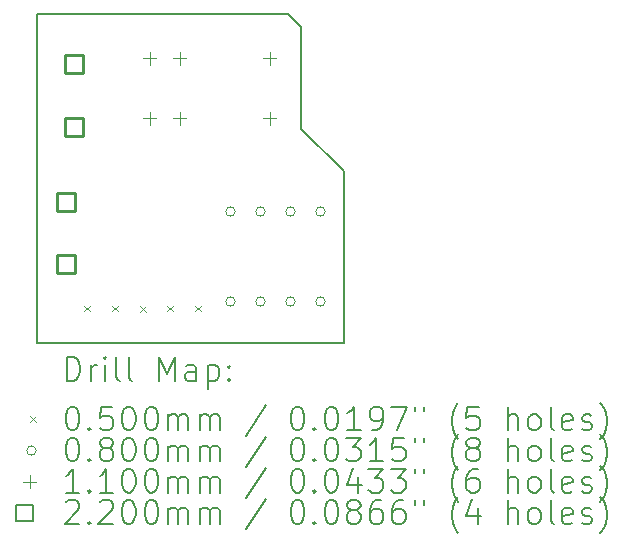
<source format=gbr>
%TF.GenerationSoftware,KiCad,Pcbnew,8.0.1*%
%TF.CreationDate,2024-12-19T13:08:09+01:00*%
%TF.ProjectId,on_off_switch,6f6e5f6f-6666-45f7-9377-697463682e6b,rev?*%
%TF.SameCoordinates,Original*%
%TF.FileFunction,Drillmap*%
%TF.FilePolarity,Positive*%
%FSLAX45Y45*%
G04 Gerber Fmt 4.5, Leading zero omitted, Abs format (unit mm)*
G04 Created by KiCad (PCBNEW 8.0.1) date 2024-12-19 13:08:09*
%MOMM*%
%LPD*%
G01*
G04 APERTURE LIST*
%ADD10C,0.200000*%
%ADD11C,0.100000*%
%ADD12C,0.110000*%
%ADD13C,0.220000*%
G04 APERTURE END LIST*
D10*
X13798000Y-4748000D02*
X13798000Y-5611669D01*
X14164000Y-5969013D01*
X14164000Y-7424050D01*
X11569000Y-7424261D01*
X11569000Y-4642000D01*
X13692000Y-4642000D01*
X13798000Y-4748000D01*
D11*
X11967000Y-7110000D02*
X12017000Y-7160000D01*
X12017000Y-7110000D02*
X11967000Y-7160000D01*
X12201000Y-7110000D02*
X12251000Y-7160000D01*
X12251000Y-7110000D02*
X12201000Y-7160000D01*
X12435000Y-7111000D02*
X12485000Y-7161000D01*
X12485000Y-7111000D02*
X12435000Y-7161000D01*
X12670000Y-7110000D02*
X12720000Y-7160000D01*
X12720000Y-7110000D02*
X12670000Y-7160000D01*
X12904000Y-7110000D02*
X12954000Y-7160000D01*
X12954000Y-7110000D02*
X12904000Y-7160000D01*
X13244000Y-6314000D02*
G75*
G02*
X13164000Y-6314000I-40000J0D01*
G01*
X13164000Y-6314000D02*
G75*
G02*
X13244000Y-6314000I40000J0D01*
G01*
X13244000Y-7076000D02*
G75*
G02*
X13164000Y-7076000I-40000J0D01*
G01*
X13164000Y-7076000D02*
G75*
G02*
X13244000Y-7076000I40000J0D01*
G01*
X13498000Y-6314000D02*
G75*
G02*
X13418000Y-6314000I-40000J0D01*
G01*
X13418000Y-6314000D02*
G75*
G02*
X13498000Y-6314000I40000J0D01*
G01*
X13498000Y-7076000D02*
G75*
G02*
X13418000Y-7076000I-40000J0D01*
G01*
X13418000Y-7076000D02*
G75*
G02*
X13498000Y-7076000I40000J0D01*
G01*
X13752000Y-6314000D02*
G75*
G02*
X13672000Y-6314000I-40000J0D01*
G01*
X13672000Y-6314000D02*
G75*
G02*
X13752000Y-6314000I40000J0D01*
G01*
X13752000Y-7076000D02*
G75*
G02*
X13672000Y-7076000I-40000J0D01*
G01*
X13672000Y-7076000D02*
G75*
G02*
X13752000Y-7076000I40000J0D01*
G01*
X14006000Y-6314000D02*
G75*
G02*
X13926000Y-6314000I-40000J0D01*
G01*
X13926000Y-6314000D02*
G75*
G02*
X14006000Y-6314000I40000J0D01*
G01*
X14006000Y-7076000D02*
G75*
G02*
X13926000Y-7076000I-40000J0D01*
G01*
X13926000Y-7076000D02*
G75*
G02*
X14006000Y-7076000I40000J0D01*
G01*
D12*
X12518500Y-4961000D02*
X12518500Y-5071000D01*
X12463500Y-5016000D02*
X12573500Y-5016000D01*
X12518500Y-5469000D02*
X12518500Y-5579000D01*
X12463500Y-5524000D02*
X12573500Y-5524000D01*
X12772500Y-4961000D02*
X12772500Y-5071000D01*
X12717500Y-5016000D02*
X12827500Y-5016000D01*
X12772500Y-5469000D02*
X12772500Y-5579000D01*
X12717500Y-5524000D02*
X12827500Y-5524000D01*
X13534500Y-4961000D02*
X13534500Y-5071000D01*
X13479500Y-5016000D02*
X13589500Y-5016000D01*
X13534500Y-5469000D02*
X13534500Y-5579000D01*
X13479500Y-5524000D02*
X13589500Y-5524000D01*
D13*
X11886782Y-6310782D02*
X11886782Y-6155217D01*
X11731217Y-6155217D01*
X11731217Y-6310782D01*
X11886782Y-6310782D01*
X11888782Y-6833782D02*
X11888782Y-6678217D01*
X11733217Y-6678217D01*
X11733217Y-6833782D01*
X11888782Y-6833782D01*
X11955532Y-5140783D02*
X11955532Y-4985218D01*
X11799967Y-4985218D01*
X11799967Y-5140783D01*
X11955532Y-5140783D01*
X11955532Y-5675782D02*
X11955532Y-5520218D01*
X11799967Y-5520218D01*
X11799967Y-5675782D01*
X11955532Y-5675782D01*
D10*
X11819777Y-7745745D02*
X11819777Y-7545745D01*
X11819777Y-7545745D02*
X11867396Y-7545745D01*
X11867396Y-7545745D02*
X11895967Y-7555268D01*
X11895967Y-7555268D02*
X11915015Y-7574316D01*
X11915015Y-7574316D02*
X11924539Y-7593364D01*
X11924539Y-7593364D02*
X11934062Y-7631459D01*
X11934062Y-7631459D02*
X11934062Y-7660030D01*
X11934062Y-7660030D02*
X11924539Y-7698126D01*
X11924539Y-7698126D02*
X11915015Y-7717173D01*
X11915015Y-7717173D02*
X11895967Y-7736221D01*
X11895967Y-7736221D02*
X11867396Y-7745745D01*
X11867396Y-7745745D02*
X11819777Y-7745745D01*
X12019777Y-7745745D02*
X12019777Y-7612411D01*
X12019777Y-7650507D02*
X12029301Y-7631459D01*
X12029301Y-7631459D02*
X12038824Y-7621935D01*
X12038824Y-7621935D02*
X12057872Y-7612411D01*
X12057872Y-7612411D02*
X12076920Y-7612411D01*
X12143586Y-7745745D02*
X12143586Y-7612411D01*
X12143586Y-7545745D02*
X12134062Y-7555268D01*
X12134062Y-7555268D02*
X12143586Y-7564792D01*
X12143586Y-7564792D02*
X12153110Y-7555268D01*
X12153110Y-7555268D02*
X12143586Y-7545745D01*
X12143586Y-7545745D02*
X12143586Y-7564792D01*
X12267396Y-7745745D02*
X12248348Y-7736221D01*
X12248348Y-7736221D02*
X12238824Y-7717173D01*
X12238824Y-7717173D02*
X12238824Y-7545745D01*
X12372158Y-7745745D02*
X12353110Y-7736221D01*
X12353110Y-7736221D02*
X12343586Y-7717173D01*
X12343586Y-7717173D02*
X12343586Y-7545745D01*
X12600729Y-7745745D02*
X12600729Y-7545745D01*
X12600729Y-7545745D02*
X12667396Y-7688602D01*
X12667396Y-7688602D02*
X12734062Y-7545745D01*
X12734062Y-7545745D02*
X12734062Y-7745745D01*
X12915015Y-7745745D02*
X12915015Y-7640983D01*
X12915015Y-7640983D02*
X12905491Y-7621935D01*
X12905491Y-7621935D02*
X12886443Y-7612411D01*
X12886443Y-7612411D02*
X12848348Y-7612411D01*
X12848348Y-7612411D02*
X12829301Y-7621935D01*
X12915015Y-7736221D02*
X12895967Y-7745745D01*
X12895967Y-7745745D02*
X12848348Y-7745745D01*
X12848348Y-7745745D02*
X12829301Y-7736221D01*
X12829301Y-7736221D02*
X12819777Y-7717173D01*
X12819777Y-7717173D02*
X12819777Y-7698126D01*
X12819777Y-7698126D02*
X12829301Y-7679078D01*
X12829301Y-7679078D02*
X12848348Y-7669554D01*
X12848348Y-7669554D02*
X12895967Y-7669554D01*
X12895967Y-7669554D02*
X12915015Y-7660030D01*
X13010253Y-7612411D02*
X13010253Y-7812411D01*
X13010253Y-7621935D02*
X13029301Y-7612411D01*
X13029301Y-7612411D02*
X13067396Y-7612411D01*
X13067396Y-7612411D02*
X13086443Y-7621935D01*
X13086443Y-7621935D02*
X13095967Y-7631459D01*
X13095967Y-7631459D02*
X13105491Y-7650507D01*
X13105491Y-7650507D02*
X13105491Y-7707649D01*
X13105491Y-7707649D02*
X13095967Y-7726697D01*
X13095967Y-7726697D02*
X13086443Y-7736221D01*
X13086443Y-7736221D02*
X13067396Y-7745745D01*
X13067396Y-7745745D02*
X13029301Y-7745745D01*
X13029301Y-7745745D02*
X13010253Y-7736221D01*
X13191205Y-7726697D02*
X13200729Y-7736221D01*
X13200729Y-7736221D02*
X13191205Y-7745745D01*
X13191205Y-7745745D02*
X13181682Y-7736221D01*
X13181682Y-7736221D02*
X13191205Y-7726697D01*
X13191205Y-7726697D02*
X13191205Y-7745745D01*
X13191205Y-7621935D02*
X13200729Y-7631459D01*
X13200729Y-7631459D02*
X13191205Y-7640983D01*
X13191205Y-7640983D02*
X13181682Y-7631459D01*
X13181682Y-7631459D02*
X13191205Y-7621935D01*
X13191205Y-7621935D02*
X13191205Y-7640983D01*
D11*
X11509000Y-8049261D02*
X11559000Y-8099261D01*
X11559000Y-8049261D02*
X11509000Y-8099261D01*
D10*
X11857872Y-7965745D02*
X11876920Y-7965745D01*
X11876920Y-7965745D02*
X11895967Y-7975268D01*
X11895967Y-7975268D02*
X11905491Y-7984792D01*
X11905491Y-7984792D02*
X11915015Y-8003840D01*
X11915015Y-8003840D02*
X11924539Y-8041935D01*
X11924539Y-8041935D02*
X11924539Y-8089554D01*
X11924539Y-8089554D02*
X11915015Y-8127649D01*
X11915015Y-8127649D02*
X11905491Y-8146697D01*
X11905491Y-8146697D02*
X11895967Y-8156221D01*
X11895967Y-8156221D02*
X11876920Y-8165745D01*
X11876920Y-8165745D02*
X11857872Y-8165745D01*
X11857872Y-8165745D02*
X11838824Y-8156221D01*
X11838824Y-8156221D02*
X11829301Y-8146697D01*
X11829301Y-8146697D02*
X11819777Y-8127649D01*
X11819777Y-8127649D02*
X11810253Y-8089554D01*
X11810253Y-8089554D02*
X11810253Y-8041935D01*
X11810253Y-8041935D02*
X11819777Y-8003840D01*
X11819777Y-8003840D02*
X11829301Y-7984792D01*
X11829301Y-7984792D02*
X11838824Y-7975268D01*
X11838824Y-7975268D02*
X11857872Y-7965745D01*
X12010253Y-8146697D02*
X12019777Y-8156221D01*
X12019777Y-8156221D02*
X12010253Y-8165745D01*
X12010253Y-8165745D02*
X12000729Y-8156221D01*
X12000729Y-8156221D02*
X12010253Y-8146697D01*
X12010253Y-8146697D02*
X12010253Y-8165745D01*
X12200729Y-7965745D02*
X12105491Y-7965745D01*
X12105491Y-7965745D02*
X12095967Y-8060983D01*
X12095967Y-8060983D02*
X12105491Y-8051459D01*
X12105491Y-8051459D02*
X12124539Y-8041935D01*
X12124539Y-8041935D02*
X12172158Y-8041935D01*
X12172158Y-8041935D02*
X12191205Y-8051459D01*
X12191205Y-8051459D02*
X12200729Y-8060983D01*
X12200729Y-8060983D02*
X12210253Y-8080030D01*
X12210253Y-8080030D02*
X12210253Y-8127649D01*
X12210253Y-8127649D02*
X12200729Y-8146697D01*
X12200729Y-8146697D02*
X12191205Y-8156221D01*
X12191205Y-8156221D02*
X12172158Y-8165745D01*
X12172158Y-8165745D02*
X12124539Y-8165745D01*
X12124539Y-8165745D02*
X12105491Y-8156221D01*
X12105491Y-8156221D02*
X12095967Y-8146697D01*
X12334062Y-7965745D02*
X12353110Y-7965745D01*
X12353110Y-7965745D02*
X12372158Y-7975268D01*
X12372158Y-7975268D02*
X12381682Y-7984792D01*
X12381682Y-7984792D02*
X12391205Y-8003840D01*
X12391205Y-8003840D02*
X12400729Y-8041935D01*
X12400729Y-8041935D02*
X12400729Y-8089554D01*
X12400729Y-8089554D02*
X12391205Y-8127649D01*
X12391205Y-8127649D02*
X12381682Y-8146697D01*
X12381682Y-8146697D02*
X12372158Y-8156221D01*
X12372158Y-8156221D02*
X12353110Y-8165745D01*
X12353110Y-8165745D02*
X12334062Y-8165745D01*
X12334062Y-8165745D02*
X12315015Y-8156221D01*
X12315015Y-8156221D02*
X12305491Y-8146697D01*
X12305491Y-8146697D02*
X12295967Y-8127649D01*
X12295967Y-8127649D02*
X12286443Y-8089554D01*
X12286443Y-8089554D02*
X12286443Y-8041935D01*
X12286443Y-8041935D02*
X12295967Y-8003840D01*
X12295967Y-8003840D02*
X12305491Y-7984792D01*
X12305491Y-7984792D02*
X12315015Y-7975268D01*
X12315015Y-7975268D02*
X12334062Y-7965745D01*
X12524539Y-7965745D02*
X12543586Y-7965745D01*
X12543586Y-7965745D02*
X12562634Y-7975268D01*
X12562634Y-7975268D02*
X12572158Y-7984792D01*
X12572158Y-7984792D02*
X12581682Y-8003840D01*
X12581682Y-8003840D02*
X12591205Y-8041935D01*
X12591205Y-8041935D02*
X12591205Y-8089554D01*
X12591205Y-8089554D02*
X12581682Y-8127649D01*
X12581682Y-8127649D02*
X12572158Y-8146697D01*
X12572158Y-8146697D02*
X12562634Y-8156221D01*
X12562634Y-8156221D02*
X12543586Y-8165745D01*
X12543586Y-8165745D02*
X12524539Y-8165745D01*
X12524539Y-8165745D02*
X12505491Y-8156221D01*
X12505491Y-8156221D02*
X12495967Y-8146697D01*
X12495967Y-8146697D02*
X12486443Y-8127649D01*
X12486443Y-8127649D02*
X12476920Y-8089554D01*
X12476920Y-8089554D02*
X12476920Y-8041935D01*
X12476920Y-8041935D02*
X12486443Y-8003840D01*
X12486443Y-8003840D02*
X12495967Y-7984792D01*
X12495967Y-7984792D02*
X12505491Y-7975268D01*
X12505491Y-7975268D02*
X12524539Y-7965745D01*
X12676920Y-8165745D02*
X12676920Y-8032411D01*
X12676920Y-8051459D02*
X12686443Y-8041935D01*
X12686443Y-8041935D02*
X12705491Y-8032411D01*
X12705491Y-8032411D02*
X12734063Y-8032411D01*
X12734063Y-8032411D02*
X12753110Y-8041935D01*
X12753110Y-8041935D02*
X12762634Y-8060983D01*
X12762634Y-8060983D02*
X12762634Y-8165745D01*
X12762634Y-8060983D02*
X12772158Y-8041935D01*
X12772158Y-8041935D02*
X12791205Y-8032411D01*
X12791205Y-8032411D02*
X12819777Y-8032411D01*
X12819777Y-8032411D02*
X12838824Y-8041935D01*
X12838824Y-8041935D02*
X12848348Y-8060983D01*
X12848348Y-8060983D02*
X12848348Y-8165745D01*
X12943586Y-8165745D02*
X12943586Y-8032411D01*
X12943586Y-8051459D02*
X12953110Y-8041935D01*
X12953110Y-8041935D02*
X12972158Y-8032411D01*
X12972158Y-8032411D02*
X13000729Y-8032411D01*
X13000729Y-8032411D02*
X13019777Y-8041935D01*
X13019777Y-8041935D02*
X13029301Y-8060983D01*
X13029301Y-8060983D02*
X13029301Y-8165745D01*
X13029301Y-8060983D02*
X13038824Y-8041935D01*
X13038824Y-8041935D02*
X13057872Y-8032411D01*
X13057872Y-8032411D02*
X13086443Y-8032411D01*
X13086443Y-8032411D02*
X13105491Y-8041935D01*
X13105491Y-8041935D02*
X13115015Y-8060983D01*
X13115015Y-8060983D02*
X13115015Y-8165745D01*
X13505491Y-7956221D02*
X13334063Y-8213364D01*
X13762634Y-7965745D02*
X13781682Y-7965745D01*
X13781682Y-7965745D02*
X13800729Y-7975268D01*
X13800729Y-7975268D02*
X13810253Y-7984792D01*
X13810253Y-7984792D02*
X13819777Y-8003840D01*
X13819777Y-8003840D02*
X13829301Y-8041935D01*
X13829301Y-8041935D02*
X13829301Y-8089554D01*
X13829301Y-8089554D02*
X13819777Y-8127649D01*
X13819777Y-8127649D02*
X13810253Y-8146697D01*
X13810253Y-8146697D02*
X13800729Y-8156221D01*
X13800729Y-8156221D02*
X13781682Y-8165745D01*
X13781682Y-8165745D02*
X13762634Y-8165745D01*
X13762634Y-8165745D02*
X13743586Y-8156221D01*
X13743586Y-8156221D02*
X13734063Y-8146697D01*
X13734063Y-8146697D02*
X13724539Y-8127649D01*
X13724539Y-8127649D02*
X13715015Y-8089554D01*
X13715015Y-8089554D02*
X13715015Y-8041935D01*
X13715015Y-8041935D02*
X13724539Y-8003840D01*
X13724539Y-8003840D02*
X13734063Y-7984792D01*
X13734063Y-7984792D02*
X13743586Y-7975268D01*
X13743586Y-7975268D02*
X13762634Y-7965745D01*
X13915015Y-8146697D02*
X13924539Y-8156221D01*
X13924539Y-8156221D02*
X13915015Y-8165745D01*
X13915015Y-8165745D02*
X13905491Y-8156221D01*
X13905491Y-8156221D02*
X13915015Y-8146697D01*
X13915015Y-8146697D02*
X13915015Y-8165745D01*
X14048348Y-7965745D02*
X14067396Y-7965745D01*
X14067396Y-7965745D02*
X14086444Y-7975268D01*
X14086444Y-7975268D02*
X14095967Y-7984792D01*
X14095967Y-7984792D02*
X14105491Y-8003840D01*
X14105491Y-8003840D02*
X14115015Y-8041935D01*
X14115015Y-8041935D02*
X14115015Y-8089554D01*
X14115015Y-8089554D02*
X14105491Y-8127649D01*
X14105491Y-8127649D02*
X14095967Y-8146697D01*
X14095967Y-8146697D02*
X14086444Y-8156221D01*
X14086444Y-8156221D02*
X14067396Y-8165745D01*
X14067396Y-8165745D02*
X14048348Y-8165745D01*
X14048348Y-8165745D02*
X14029301Y-8156221D01*
X14029301Y-8156221D02*
X14019777Y-8146697D01*
X14019777Y-8146697D02*
X14010253Y-8127649D01*
X14010253Y-8127649D02*
X14000729Y-8089554D01*
X14000729Y-8089554D02*
X14000729Y-8041935D01*
X14000729Y-8041935D02*
X14010253Y-8003840D01*
X14010253Y-8003840D02*
X14019777Y-7984792D01*
X14019777Y-7984792D02*
X14029301Y-7975268D01*
X14029301Y-7975268D02*
X14048348Y-7965745D01*
X14305491Y-8165745D02*
X14191206Y-8165745D01*
X14248348Y-8165745D02*
X14248348Y-7965745D01*
X14248348Y-7965745D02*
X14229301Y-7994316D01*
X14229301Y-7994316D02*
X14210253Y-8013364D01*
X14210253Y-8013364D02*
X14191206Y-8022887D01*
X14400729Y-8165745D02*
X14438825Y-8165745D01*
X14438825Y-8165745D02*
X14457872Y-8156221D01*
X14457872Y-8156221D02*
X14467396Y-8146697D01*
X14467396Y-8146697D02*
X14486444Y-8118126D01*
X14486444Y-8118126D02*
X14495967Y-8080030D01*
X14495967Y-8080030D02*
X14495967Y-8003840D01*
X14495967Y-8003840D02*
X14486444Y-7984792D01*
X14486444Y-7984792D02*
X14476920Y-7975268D01*
X14476920Y-7975268D02*
X14457872Y-7965745D01*
X14457872Y-7965745D02*
X14419777Y-7965745D01*
X14419777Y-7965745D02*
X14400729Y-7975268D01*
X14400729Y-7975268D02*
X14391206Y-7984792D01*
X14391206Y-7984792D02*
X14381682Y-8003840D01*
X14381682Y-8003840D02*
X14381682Y-8051459D01*
X14381682Y-8051459D02*
X14391206Y-8070507D01*
X14391206Y-8070507D02*
X14400729Y-8080030D01*
X14400729Y-8080030D02*
X14419777Y-8089554D01*
X14419777Y-8089554D02*
X14457872Y-8089554D01*
X14457872Y-8089554D02*
X14476920Y-8080030D01*
X14476920Y-8080030D02*
X14486444Y-8070507D01*
X14486444Y-8070507D02*
X14495967Y-8051459D01*
X14562634Y-7965745D02*
X14695967Y-7965745D01*
X14695967Y-7965745D02*
X14610253Y-8165745D01*
X14762634Y-7965745D02*
X14762634Y-8003840D01*
X14838825Y-7965745D02*
X14838825Y-8003840D01*
X15134063Y-8241935D02*
X15124539Y-8232411D01*
X15124539Y-8232411D02*
X15105491Y-8203840D01*
X15105491Y-8203840D02*
X15095968Y-8184792D01*
X15095968Y-8184792D02*
X15086444Y-8156221D01*
X15086444Y-8156221D02*
X15076920Y-8108602D01*
X15076920Y-8108602D02*
X15076920Y-8070507D01*
X15076920Y-8070507D02*
X15086444Y-8022887D01*
X15086444Y-8022887D02*
X15095968Y-7994316D01*
X15095968Y-7994316D02*
X15105491Y-7975268D01*
X15105491Y-7975268D02*
X15124539Y-7946697D01*
X15124539Y-7946697D02*
X15134063Y-7937173D01*
X15305491Y-7965745D02*
X15210253Y-7965745D01*
X15210253Y-7965745D02*
X15200729Y-8060983D01*
X15200729Y-8060983D02*
X15210253Y-8051459D01*
X15210253Y-8051459D02*
X15229301Y-8041935D01*
X15229301Y-8041935D02*
X15276920Y-8041935D01*
X15276920Y-8041935D02*
X15295968Y-8051459D01*
X15295968Y-8051459D02*
X15305491Y-8060983D01*
X15305491Y-8060983D02*
X15315015Y-8080030D01*
X15315015Y-8080030D02*
X15315015Y-8127649D01*
X15315015Y-8127649D02*
X15305491Y-8146697D01*
X15305491Y-8146697D02*
X15295968Y-8156221D01*
X15295968Y-8156221D02*
X15276920Y-8165745D01*
X15276920Y-8165745D02*
X15229301Y-8165745D01*
X15229301Y-8165745D02*
X15210253Y-8156221D01*
X15210253Y-8156221D02*
X15200729Y-8146697D01*
X15553110Y-8165745D02*
X15553110Y-7965745D01*
X15638825Y-8165745D02*
X15638825Y-8060983D01*
X15638825Y-8060983D02*
X15629301Y-8041935D01*
X15629301Y-8041935D02*
X15610253Y-8032411D01*
X15610253Y-8032411D02*
X15581682Y-8032411D01*
X15581682Y-8032411D02*
X15562634Y-8041935D01*
X15562634Y-8041935D02*
X15553110Y-8051459D01*
X15762634Y-8165745D02*
X15743587Y-8156221D01*
X15743587Y-8156221D02*
X15734063Y-8146697D01*
X15734063Y-8146697D02*
X15724539Y-8127649D01*
X15724539Y-8127649D02*
X15724539Y-8070507D01*
X15724539Y-8070507D02*
X15734063Y-8051459D01*
X15734063Y-8051459D02*
X15743587Y-8041935D01*
X15743587Y-8041935D02*
X15762634Y-8032411D01*
X15762634Y-8032411D02*
X15791206Y-8032411D01*
X15791206Y-8032411D02*
X15810253Y-8041935D01*
X15810253Y-8041935D02*
X15819777Y-8051459D01*
X15819777Y-8051459D02*
X15829301Y-8070507D01*
X15829301Y-8070507D02*
X15829301Y-8127649D01*
X15829301Y-8127649D02*
X15819777Y-8146697D01*
X15819777Y-8146697D02*
X15810253Y-8156221D01*
X15810253Y-8156221D02*
X15791206Y-8165745D01*
X15791206Y-8165745D02*
X15762634Y-8165745D01*
X15943587Y-8165745D02*
X15924539Y-8156221D01*
X15924539Y-8156221D02*
X15915015Y-8137173D01*
X15915015Y-8137173D02*
X15915015Y-7965745D01*
X16095968Y-8156221D02*
X16076920Y-8165745D01*
X16076920Y-8165745D02*
X16038825Y-8165745D01*
X16038825Y-8165745D02*
X16019777Y-8156221D01*
X16019777Y-8156221D02*
X16010253Y-8137173D01*
X16010253Y-8137173D02*
X16010253Y-8060983D01*
X16010253Y-8060983D02*
X16019777Y-8041935D01*
X16019777Y-8041935D02*
X16038825Y-8032411D01*
X16038825Y-8032411D02*
X16076920Y-8032411D01*
X16076920Y-8032411D02*
X16095968Y-8041935D01*
X16095968Y-8041935D02*
X16105491Y-8060983D01*
X16105491Y-8060983D02*
X16105491Y-8080030D01*
X16105491Y-8080030D02*
X16010253Y-8099078D01*
X16181682Y-8156221D02*
X16200730Y-8165745D01*
X16200730Y-8165745D02*
X16238825Y-8165745D01*
X16238825Y-8165745D02*
X16257872Y-8156221D01*
X16257872Y-8156221D02*
X16267396Y-8137173D01*
X16267396Y-8137173D02*
X16267396Y-8127649D01*
X16267396Y-8127649D02*
X16257872Y-8108602D01*
X16257872Y-8108602D02*
X16238825Y-8099078D01*
X16238825Y-8099078D02*
X16210253Y-8099078D01*
X16210253Y-8099078D02*
X16191206Y-8089554D01*
X16191206Y-8089554D02*
X16181682Y-8070507D01*
X16181682Y-8070507D02*
X16181682Y-8060983D01*
X16181682Y-8060983D02*
X16191206Y-8041935D01*
X16191206Y-8041935D02*
X16210253Y-8032411D01*
X16210253Y-8032411D02*
X16238825Y-8032411D01*
X16238825Y-8032411D02*
X16257872Y-8041935D01*
X16334063Y-8241935D02*
X16343587Y-8232411D01*
X16343587Y-8232411D02*
X16362634Y-8203840D01*
X16362634Y-8203840D02*
X16372158Y-8184792D01*
X16372158Y-8184792D02*
X16381682Y-8156221D01*
X16381682Y-8156221D02*
X16391206Y-8108602D01*
X16391206Y-8108602D02*
X16391206Y-8070507D01*
X16391206Y-8070507D02*
X16381682Y-8022887D01*
X16381682Y-8022887D02*
X16372158Y-7994316D01*
X16372158Y-7994316D02*
X16362634Y-7975268D01*
X16362634Y-7975268D02*
X16343587Y-7946697D01*
X16343587Y-7946697D02*
X16334063Y-7937173D01*
D11*
X11559000Y-8338261D02*
G75*
G02*
X11479000Y-8338261I-40000J0D01*
G01*
X11479000Y-8338261D02*
G75*
G02*
X11559000Y-8338261I40000J0D01*
G01*
D10*
X11857872Y-8229745D02*
X11876920Y-8229745D01*
X11876920Y-8229745D02*
X11895967Y-8239268D01*
X11895967Y-8239268D02*
X11905491Y-8248792D01*
X11905491Y-8248792D02*
X11915015Y-8267840D01*
X11915015Y-8267840D02*
X11924539Y-8305935D01*
X11924539Y-8305935D02*
X11924539Y-8353554D01*
X11924539Y-8353554D02*
X11915015Y-8391649D01*
X11915015Y-8391649D02*
X11905491Y-8410697D01*
X11905491Y-8410697D02*
X11895967Y-8420221D01*
X11895967Y-8420221D02*
X11876920Y-8429745D01*
X11876920Y-8429745D02*
X11857872Y-8429745D01*
X11857872Y-8429745D02*
X11838824Y-8420221D01*
X11838824Y-8420221D02*
X11829301Y-8410697D01*
X11829301Y-8410697D02*
X11819777Y-8391649D01*
X11819777Y-8391649D02*
X11810253Y-8353554D01*
X11810253Y-8353554D02*
X11810253Y-8305935D01*
X11810253Y-8305935D02*
X11819777Y-8267840D01*
X11819777Y-8267840D02*
X11829301Y-8248792D01*
X11829301Y-8248792D02*
X11838824Y-8239268D01*
X11838824Y-8239268D02*
X11857872Y-8229745D01*
X12010253Y-8410697D02*
X12019777Y-8420221D01*
X12019777Y-8420221D02*
X12010253Y-8429745D01*
X12010253Y-8429745D02*
X12000729Y-8420221D01*
X12000729Y-8420221D02*
X12010253Y-8410697D01*
X12010253Y-8410697D02*
X12010253Y-8429745D01*
X12134062Y-8315459D02*
X12115015Y-8305935D01*
X12115015Y-8305935D02*
X12105491Y-8296411D01*
X12105491Y-8296411D02*
X12095967Y-8277364D01*
X12095967Y-8277364D02*
X12095967Y-8267840D01*
X12095967Y-8267840D02*
X12105491Y-8248792D01*
X12105491Y-8248792D02*
X12115015Y-8239268D01*
X12115015Y-8239268D02*
X12134062Y-8229745D01*
X12134062Y-8229745D02*
X12172158Y-8229745D01*
X12172158Y-8229745D02*
X12191205Y-8239268D01*
X12191205Y-8239268D02*
X12200729Y-8248792D01*
X12200729Y-8248792D02*
X12210253Y-8267840D01*
X12210253Y-8267840D02*
X12210253Y-8277364D01*
X12210253Y-8277364D02*
X12200729Y-8296411D01*
X12200729Y-8296411D02*
X12191205Y-8305935D01*
X12191205Y-8305935D02*
X12172158Y-8315459D01*
X12172158Y-8315459D02*
X12134062Y-8315459D01*
X12134062Y-8315459D02*
X12115015Y-8324983D01*
X12115015Y-8324983D02*
X12105491Y-8334507D01*
X12105491Y-8334507D02*
X12095967Y-8353554D01*
X12095967Y-8353554D02*
X12095967Y-8391649D01*
X12095967Y-8391649D02*
X12105491Y-8410697D01*
X12105491Y-8410697D02*
X12115015Y-8420221D01*
X12115015Y-8420221D02*
X12134062Y-8429745D01*
X12134062Y-8429745D02*
X12172158Y-8429745D01*
X12172158Y-8429745D02*
X12191205Y-8420221D01*
X12191205Y-8420221D02*
X12200729Y-8410697D01*
X12200729Y-8410697D02*
X12210253Y-8391649D01*
X12210253Y-8391649D02*
X12210253Y-8353554D01*
X12210253Y-8353554D02*
X12200729Y-8334507D01*
X12200729Y-8334507D02*
X12191205Y-8324983D01*
X12191205Y-8324983D02*
X12172158Y-8315459D01*
X12334062Y-8229745D02*
X12353110Y-8229745D01*
X12353110Y-8229745D02*
X12372158Y-8239268D01*
X12372158Y-8239268D02*
X12381682Y-8248792D01*
X12381682Y-8248792D02*
X12391205Y-8267840D01*
X12391205Y-8267840D02*
X12400729Y-8305935D01*
X12400729Y-8305935D02*
X12400729Y-8353554D01*
X12400729Y-8353554D02*
X12391205Y-8391649D01*
X12391205Y-8391649D02*
X12381682Y-8410697D01*
X12381682Y-8410697D02*
X12372158Y-8420221D01*
X12372158Y-8420221D02*
X12353110Y-8429745D01*
X12353110Y-8429745D02*
X12334062Y-8429745D01*
X12334062Y-8429745D02*
X12315015Y-8420221D01*
X12315015Y-8420221D02*
X12305491Y-8410697D01*
X12305491Y-8410697D02*
X12295967Y-8391649D01*
X12295967Y-8391649D02*
X12286443Y-8353554D01*
X12286443Y-8353554D02*
X12286443Y-8305935D01*
X12286443Y-8305935D02*
X12295967Y-8267840D01*
X12295967Y-8267840D02*
X12305491Y-8248792D01*
X12305491Y-8248792D02*
X12315015Y-8239268D01*
X12315015Y-8239268D02*
X12334062Y-8229745D01*
X12524539Y-8229745D02*
X12543586Y-8229745D01*
X12543586Y-8229745D02*
X12562634Y-8239268D01*
X12562634Y-8239268D02*
X12572158Y-8248792D01*
X12572158Y-8248792D02*
X12581682Y-8267840D01*
X12581682Y-8267840D02*
X12591205Y-8305935D01*
X12591205Y-8305935D02*
X12591205Y-8353554D01*
X12591205Y-8353554D02*
X12581682Y-8391649D01*
X12581682Y-8391649D02*
X12572158Y-8410697D01*
X12572158Y-8410697D02*
X12562634Y-8420221D01*
X12562634Y-8420221D02*
X12543586Y-8429745D01*
X12543586Y-8429745D02*
X12524539Y-8429745D01*
X12524539Y-8429745D02*
X12505491Y-8420221D01*
X12505491Y-8420221D02*
X12495967Y-8410697D01*
X12495967Y-8410697D02*
X12486443Y-8391649D01*
X12486443Y-8391649D02*
X12476920Y-8353554D01*
X12476920Y-8353554D02*
X12476920Y-8305935D01*
X12476920Y-8305935D02*
X12486443Y-8267840D01*
X12486443Y-8267840D02*
X12495967Y-8248792D01*
X12495967Y-8248792D02*
X12505491Y-8239268D01*
X12505491Y-8239268D02*
X12524539Y-8229745D01*
X12676920Y-8429745D02*
X12676920Y-8296411D01*
X12676920Y-8315459D02*
X12686443Y-8305935D01*
X12686443Y-8305935D02*
X12705491Y-8296411D01*
X12705491Y-8296411D02*
X12734063Y-8296411D01*
X12734063Y-8296411D02*
X12753110Y-8305935D01*
X12753110Y-8305935D02*
X12762634Y-8324983D01*
X12762634Y-8324983D02*
X12762634Y-8429745D01*
X12762634Y-8324983D02*
X12772158Y-8305935D01*
X12772158Y-8305935D02*
X12791205Y-8296411D01*
X12791205Y-8296411D02*
X12819777Y-8296411D01*
X12819777Y-8296411D02*
X12838824Y-8305935D01*
X12838824Y-8305935D02*
X12848348Y-8324983D01*
X12848348Y-8324983D02*
X12848348Y-8429745D01*
X12943586Y-8429745D02*
X12943586Y-8296411D01*
X12943586Y-8315459D02*
X12953110Y-8305935D01*
X12953110Y-8305935D02*
X12972158Y-8296411D01*
X12972158Y-8296411D02*
X13000729Y-8296411D01*
X13000729Y-8296411D02*
X13019777Y-8305935D01*
X13019777Y-8305935D02*
X13029301Y-8324983D01*
X13029301Y-8324983D02*
X13029301Y-8429745D01*
X13029301Y-8324983D02*
X13038824Y-8305935D01*
X13038824Y-8305935D02*
X13057872Y-8296411D01*
X13057872Y-8296411D02*
X13086443Y-8296411D01*
X13086443Y-8296411D02*
X13105491Y-8305935D01*
X13105491Y-8305935D02*
X13115015Y-8324983D01*
X13115015Y-8324983D02*
X13115015Y-8429745D01*
X13505491Y-8220221D02*
X13334063Y-8477364D01*
X13762634Y-8229745D02*
X13781682Y-8229745D01*
X13781682Y-8229745D02*
X13800729Y-8239268D01*
X13800729Y-8239268D02*
X13810253Y-8248792D01*
X13810253Y-8248792D02*
X13819777Y-8267840D01*
X13819777Y-8267840D02*
X13829301Y-8305935D01*
X13829301Y-8305935D02*
X13829301Y-8353554D01*
X13829301Y-8353554D02*
X13819777Y-8391649D01*
X13819777Y-8391649D02*
X13810253Y-8410697D01*
X13810253Y-8410697D02*
X13800729Y-8420221D01*
X13800729Y-8420221D02*
X13781682Y-8429745D01*
X13781682Y-8429745D02*
X13762634Y-8429745D01*
X13762634Y-8429745D02*
X13743586Y-8420221D01*
X13743586Y-8420221D02*
X13734063Y-8410697D01*
X13734063Y-8410697D02*
X13724539Y-8391649D01*
X13724539Y-8391649D02*
X13715015Y-8353554D01*
X13715015Y-8353554D02*
X13715015Y-8305935D01*
X13715015Y-8305935D02*
X13724539Y-8267840D01*
X13724539Y-8267840D02*
X13734063Y-8248792D01*
X13734063Y-8248792D02*
X13743586Y-8239268D01*
X13743586Y-8239268D02*
X13762634Y-8229745D01*
X13915015Y-8410697D02*
X13924539Y-8420221D01*
X13924539Y-8420221D02*
X13915015Y-8429745D01*
X13915015Y-8429745D02*
X13905491Y-8420221D01*
X13905491Y-8420221D02*
X13915015Y-8410697D01*
X13915015Y-8410697D02*
X13915015Y-8429745D01*
X14048348Y-8229745D02*
X14067396Y-8229745D01*
X14067396Y-8229745D02*
X14086444Y-8239268D01*
X14086444Y-8239268D02*
X14095967Y-8248792D01*
X14095967Y-8248792D02*
X14105491Y-8267840D01*
X14105491Y-8267840D02*
X14115015Y-8305935D01*
X14115015Y-8305935D02*
X14115015Y-8353554D01*
X14115015Y-8353554D02*
X14105491Y-8391649D01*
X14105491Y-8391649D02*
X14095967Y-8410697D01*
X14095967Y-8410697D02*
X14086444Y-8420221D01*
X14086444Y-8420221D02*
X14067396Y-8429745D01*
X14067396Y-8429745D02*
X14048348Y-8429745D01*
X14048348Y-8429745D02*
X14029301Y-8420221D01*
X14029301Y-8420221D02*
X14019777Y-8410697D01*
X14019777Y-8410697D02*
X14010253Y-8391649D01*
X14010253Y-8391649D02*
X14000729Y-8353554D01*
X14000729Y-8353554D02*
X14000729Y-8305935D01*
X14000729Y-8305935D02*
X14010253Y-8267840D01*
X14010253Y-8267840D02*
X14019777Y-8248792D01*
X14019777Y-8248792D02*
X14029301Y-8239268D01*
X14029301Y-8239268D02*
X14048348Y-8229745D01*
X14181682Y-8229745D02*
X14305491Y-8229745D01*
X14305491Y-8229745D02*
X14238825Y-8305935D01*
X14238825Y-8305935D02*
X14267396Y-8305935D01*
X14267396Y-8305935D02*
X14286444Y-8315459D01*
X14286444Y-8315459D02*
X14295967Y-8324983D01*
X14295967Y-8324983D02*
X14305491Y-8344030D01*
X14305491Y-8344030D02*
X14305491Y-8391649D01*
X14305491Y-8391649D02*
X14295967Y-8410697D01*
X14295967Y-8410697D02*
X14286444Y-8420221D01*
X14286444Y-8420221D02*
X14267396Y-8429745D01*
X14267396Y-8429745D02*
X14210253Y-8429745D01*
X14210253Y-8429745D02*
X14191206Y-8420221D01*
X14191206Y-8420221D02*
X14181682Y-8410697D01*
X14495967Y-8429745D02*
X14381682Y-8429745D01*
X14438825Y-8429745D02*
X14438825Y-8229745D01*
X14438825Y-8229745D02*
X14419777Y-8258316D01*
X14419777Y-8258316D02*
X14400729Y-8277364D01*
X14400729Y-8277364D02*
X14381682Y-8286887D01*
X14676920Y-8229745D02*
X14581682Y-8229745D01*
X14581682Y-8229745D02*
X14572158Y-8324983D01*
X14572158Y-8324983D02*
X14581682Y-8315459D01*
X14581682Y-8315459D02*
X14600729Y-8305935D01*
X14600729Y-8305935D02*
X14648348Y-8305935D01*
X14648348Y-8305935D02*
X14667396Y-8315459D01*
X14667396Y-8315459D02*
X14676920Y-8324983D01*
X14676920Y-8324983D02*
X14686444Y-8344030D01*
X14686444Y-8344030D02*
X14686444Y-8391649D01*
X14686444Y-8391649D02*
X14676920Y-8410697D01*
X14676920Y-8410697D02*
X14667396Y-8420221D01*
X14667396Y-8420221D02*
X14648348Y-8429745D01*
X14648348Y-8429745D02*
X14600729Y-8429745D01*
X14600729Y-8429745D02*
X14581682Y-8420221D01*
X14581682Y-8420221D02*
X14572158Y-8410697D01*
X14762634Y-8229745D02*
X14762634Y-8267840D01*
X14838825Y-8229745D02*
X14838825Y-8267840D01*
X15134063Y-8505935D02*
X15124539Y-8496411D01*
X15124539Y-8496411D02*
X15105491Y-8467840D01*
X15105491Y-8467840D02*
X15095968Y-8448792D01*
X15095968Y-8448792D02*
X15086444Y-8420221D01*
X15086444Y-8420221D02*
X15076920Y-8372602D01*
X15076920Y-8372602D02*
X15076920Y-8334507D01*
X15076920Y-8334507D02*
X15086444Y-8286887D01*
X15086444Y-8286887D02*
X15095968Y-8258316D01*
X15095968Y-8258316D02*
X15105491Y-8239268D01*
X15105491Y-8239268D02*
X15124539Y-8210697D01*
X15124539Y-8210697D02*
X15134063Y-8201173D01*
X15238825Y-8315459D02*
X15219777Y-8305935D01*
X15219777Y-8305935D02*
X15210253Y-8296411D01*
X15210253Y-8296411D02*
X15200729Y-8277364D01*
X15200729Y-8277364D02*
X15200729Y-8267840D01*
X15200729Y-8267840D02*
X15210253Y-8248792D01*
X15210253Y-8248792D02*
X15219777Y-8239268D01*
X15219777Y-8239268D02*
X15238825Y-8229745D01*
X15238825Y-8229745D02*
X15276920Y-8229745D01*
X15276920Y-8229745D02*
X15295968Y-8239268D01*
X15295968Y-8239268D02*
X15305491Y-8248792D01*
X15305491Y-8248792D02*
X15315015Y-8267840D01*
X15315015Y-8267840D02*
X15315015Y-8277364D01*
X15315015Y-8277364D02*
X15305491Y-8296411D01*
X15305491Y-8296411D02*
X15295968Y-8305935D01*
X15295968Y-8305935D02*
X15276920Y-8315459D01*
X15276920Y-8315459D02*
X15238825Y-8315459D01*
X15238825Y-8315459D02*
X15219777Y-8324983D01*
X15219777Y-8324983D02*
X15210253Y-8334507D01*
X15210253Y-8334507D02*
X15200729Y-8353554D01*
X15200729Y-8353554D02*
X15200729Y-8391649D01*
X15200729Y-8391649D02*
X15210253Y-8410697D01*
X15210253Y-8410697D02*
X15219777Y-8420221D01*
X15219777Y-8420221D02*
X15238825Y-8429745D01*
X15238825Y-8429745D02*
X15276920Y-8429745D01*
X15276920Y-8429745D02*
X15295968Y-8420221D01*
X15295968Y-8420221D02*
X15305491Y-8410697D01*
X15305491Y-8410697D02*
X15315015Y-8391649D01*
X15315015Y-8391649D02*
X15315015Y-8353554D01*
X15315015Y-8353554D02*
X15305491Y-8334507D01*
X15305491Y-8334507D02*
X15295968Y-8324983D01*
X15295968Y-8324983D02*
X15276920Y-8315459D01*
X15553110Y-8429745D02*
X15553110Y-8229745D01*
X15638825Y-8429745D02*
X15638825Y-8324983D01*
X15638825Y-8324983D02*
X15629301Y-8305935D01*
X15629301Y-8305935D02*
X15610253Y-8296411D01*
X15610253Y-8296411D02*
X15581682Y-8296411D01*
X15581682Y-8296411D02*
X15562634Y-8305935D01*
X15562634Y-8305935D02*
X15553110Y-8315459D01*
X15762634Y-8429745D02*
X15743587Y-8420221D01*
X15743587Y-8420221D02*
X15734063Y-8410697D01*
X15734063Y-8410697D02*
X15724539Y-8391649D01*
X15724539Y-8391649D02*
X15724539Y-8334507D01*
X15724539Y-8334507D02*
X15734063Y-8315459D01*
X15734063Y-8315459D02*
X15743587Y-8305935D01*
X15743587Y-8305935D02*
X15762634Y-8296411D01*
X15762634Y-8296411D02*
X15791206Y-8296411D01*
X15791206Y-8296411D02*
X15810253Y-8305935D01*
X15810253Y-8305935D02*
X15819777Y-8315459D01*
X15819777Y-8315459D02*
X15829301Y-8334507D01*
X15829301Y-8334507D02*
X15829301Y-8391649D01*
X15829301Y-8391649D02*
X15819777Y-8410697D01*
X15819777Y-8410697D02*
X15810253Y-8420221D01*
X15810253Y-8420221D02*
X15791206Y-8429745D01*
X15791206Y-8429745D02*
X15762634Y-8429745D01*
X15943587Y-8429745D02*
X15924539Y-8420221D01*
X15924539Y-8420221D02*
X15915015Y-8401173D01*
X15915015Y-8401173D02*
X15915015Y-8229745D01*
X16095968Y-8420221D02*
X16076920Y-8429745D01*
X16076920Y-8429745D02*
X16038825Y-8429745D01*
X16038825Y-8429745D02*
X16019777Y-8420221D01*
X16019777Y-8420221D02*
X16010253Y-8401173D01*
X16010253Y-8401173D02*
X16010253Y-8324983D01*
X16010253Y-8324983D02*
X16019777Y-8305935D01*
X16019777Y-8305935D02*
X16038825Y-8296411D01*
X16038825Y-8296411D02*
X16076920Y-8296411D01*
X16076920Y-8296411D02*
X16095968Y-8305935D01*
X16095968Y-8305935D02*
X16105491Y-8324983D01*
X16105491Y-8324983D02*
X16105491Y-8344030D01*
X16105491Y-8344030D02*
X16010253Y-8363078D01*
X16181682Y-8420221D02*
X16200730Y-8429745D01*
X16200730Y-8429745D02*
X16238825Y-8429745D01*
X16238825Y-8429745D02*
X16257872Y-8420221D01*
X16257872Y-8420221D02*
X16267396Y-8401173D01*
X16267396Y-8401173D02*
X16267396Y-8391649D01*
X16267396Y-8391649D02*
X16257872Y-8372602D01*
X16257872Y-8372602D02*
X16238825Y-8363078D01*
X16238825Y-8363078D02*
X16210253Y-8363078D01*
X16210253Y-8363078D02*
X16191206Y-8353554D01*
X16191206Y-8353554D02*
X16181682Y-8334507D01*
X16181682Y-8334507D02*
X16181682Y-8324983D01*
X16181682Y-8324983D02*
X16191206Y-8305935D01*
X16191206Y-8305935D02*
X16210253Y-8296411D01*
X16210253Y-8296411D02*
X16238825Y-8296411D01*
X16238825Y-8296411D02*
X16257872Y-8305935D01*
X16334063Y-8505935D02*
X16343587Y-8496411D01*
X16343587Y-8496411D02*
X16362634Y-8467840D01*
X16362634Y-8467840D02*
X16372158Y-8448792D01*
X16372158Y-8448792D02*
X16381682Y-8420221D01*
X16381682Y-8420221D02*
X16391206Y-8372602D01*
X16391206Y-8372602D02*
X16391206Y-8334507D01*
X16391206Y-8334507D02*
X16381682Y-8286887D01*
X16381682Y-8286887D02*
X16372158Y-8258316D01*
X16372158Y-8258316D02*
X16362634Y-8239268D01*
X16362634Y-8239268D02*
X16343587Y-8210697D01*
X16343587Y-8210697D02*
X16334063Y-8201173D01*
D12*
X11504000Y-8547261D02*
X11504000Y-8657261D01*
X11449000Y-8602261D02*
X11559000Y-8602261D01*
D10*
X11924539Y-8693745D02*
X11810253Y-8693745D01*
X11867396Y-8693745D02*
X11867396Y-8493745D01*
X11867396Y-8493745D02*
X11848348Y-8522316D01*
X11848348Y-8522316D02*
X11829301Y-8541364D01*
X11829301Y-8541364D02*
X11810253Y-8550888D01*
X12010253Y-8674697D02*
X12019777Y-8684221D01*
X12019777Y-8684221D02*
X12010253Y-8693745D01*
X12010253Y-8693745D02*
X12000729Y-8684221D01*
X12000729Y-8684221D02*
X12010253Y-8674697D01*
X12010253Y-8674697D02*
X12010253Y-8693745D01*
X12210253Y-8693745D02*
X12095967Y-8693745D01*
X12153110Y-8693745D02*
X12153110Y-8493745D01*
X12153110Y-8493745D02*
X12134062Y-8522316D01*
X12134062Y-8522316D02*
X12115015Y-8541364D01*
X12115015Y-8541364D02*
X12095967Y-8550888D01*
X12334062Y-8493745D02*
X12353110Y-8493745D01*
X12353110Y-8493745D02*
X12372158Y-8503269D01*
X12372158Y-8503269D02*
X12381682Y-8512792D01*
X12381682Y-8512792D02*
X12391205Y-8531840D01*
X12391205Y-8531840D02*
X12400729Y-8569935D01*
X12400729Y-8569935D02*
X12400729Y-8617554D01*
X12400729Y-8617554D02*
X12391205Y-8655649D01*
X12391205Y-8655649D02*
X12381682Y-8674697D01*
X12381682Y-8674697D02*
X12372158Y-8684221D01*
X12372158Y-8684221D02*
X12353110Y-8693745D01*
X12353110Y-8693745D02*
X12334062Y-8693745D01*
X12334062Y-8693745D02*
X12315015Y-8684221D01*
X12315015Y-8684221D02*
X12305491Y-8674697D01*
X12305491Y-8674697D02*
X12295967Y-8655649D01*
X12295967Y-8655649D02*
X12286443Y-8617554D01*
X12286443Y-8617554D02*
X12286443Y-8569935D01*
X12286443Y-8569935D02*
X12295967Y-8531840D01*
X12295967Y-8531840D02*
X12305491Y-8512792D01*
X12305491Y-8512792D02*
X12315015Y-8503269D01*
X12315015Y-8503269D02*
X12334062Y-8493745D01*
X12524539Y-8493745D02*
X12543586Y-8493745D01*
X12543586Y-8493745D02*
X12562634Y-8503269D01*
X12562634Y-8503269D02*
X12572158Y-8512792D01*
X12572158Y-8512792D02*
X12581682Y-8531840D01*
X12581682Y-8531840D02*
X12591205Y-8569935D01*
X12591205Y-8569935D02*
X12591205Y-8617554D01*
X12591205Y-8617554D02*
X12581682Y-8655649D01*
X12581682Y-8655649D02*
X12572158Y-8674697D01*
X12572158Y-8674697D02*
X12562634Y-8684221D01*
X12562634Y-8684221D02*
X12543586Y-8693745D01*
X12543586Y-8693745D02*
X12524539Y-8693745D01*
X12524539Y-8693745D02*
X12505491Y-8684221D01*
X12505491Y-8684221D02*
X12495967Y-8674697D01*
X12495967Y-8674697D02*
X12486443Y-8655649D01*
X12486443Y-8655649D02*
X12476920Y-8617554D01*
X12476920Y-8617554D02*
X12476920Y-8569935D01*
X12476920Y-8569935D02*
X12486443Y-8531840D01*
X12486443Y-8531840D02*
X12495967Y-8512792D01*
X12495967Y-8512792D02*
X12505491Y-8503269D01*
X12505491Y-8503269D02*
X12524539Y-8493745D01*
X12676920Y-8693745D02*
X12676920Y-8560411D01*
X12676920Y-8579459D02*
X12686443Y-8569935D01*
X12686443Y-8569935D02*
X12705491Y-8560411D01*
X12705491Y-8560411D02*
X12734063Y-8560411D01*
X12734063Y-8560411D02*
X12753110Y-8569935D01*
X12753110Y-8569935D02*
X12762634Y-8588983D01*
X12762634Y-8588983D02*
X12762634Y-8693745D01*
X12762634Y-8588983D02*
X12772158Y-8569935D01*
X12772158Y-8569935D02*
X12791205Y-8560411D01*
X12791205Y-8560411D02*
X12819777Y-8560411D01*
X12819777Y-8560411D02*
X12838824Y-8569935D01*
X12838824Y-8569935D02*
X12848348Y-8588983D01*
X12848348Y-8588983D02*
X12848348Y-8693745D01*
X12943586Y-8693745D02*
X12943586Y-8560411D01*
X12943586Y-8579459D02*
X12953110Y-8569935D01*
X12953110Y-8569935D02*
X12972158Y-8560411D01*
X12972158Y-8560411D02*
X13000729Y-8560411D01*
X13000729Y-8560411D02*
X13019777Y-8569935D01*
X13019777Y-8569935D02*
X13029301Y-8588983D01*
X13029301Y-8588983D02*
X13029301Y-8693745D01*
X13029301Y-8588983D02*
X13038824Y-8569935D01*
X13038824Y-8569935D02*
X13057872Y-8560411D01*
X13057872Y-8560411D02*
X13086443Y-8560411D01*
X13086443Y-8560411D02*
X13105491Y-8569935D01*
X13105491Y-8569935D02*
X13115015Y-8588983D01*
X13115015Y-8588983D02*
X13115015Y-8693745D01*
X13505491Y-8484221D02*
X13334063Y-8741364D01*
X13762634Y-8493745D02*
X13781682Y-8493745D01*
X13781682Y-8493745D02*
X13800729Y-8503269D01*
X13800729Y-8503269D02*
X13810253Y-8512792D01*
X13810253Y-8512792D02*
X13819777Y-8531840D01*
X13819777Y-8531840D02*
X13829301Y-8569935D01*
X13829301Y-8569935D02*
X13829301Y-8617554D01*
X13829301Y-8617554D02*
X13819777Y-8655649D01*
X13819777Y-8655649D02*
X13810253Y-8674697D01*
X13810253Y-8674697D02*
X13800729Y-8684221D01*
X13800729Y-8684221D02*
X13781682Y-8693745D01*
X13781682Y-8693745D02*
X13762634Y-8693745D01*
X13762634Y-8693745D02*
X13743586Y-8684221D01*
X13743586Y-8684221D02*
X13734063Y-8674697D01*
X13734063Y-8674697D02*
X13724539Y-8655649D01*
X13724539Y-8655649D02*
X13715015Y-8617554D01*
X13715015Y-8617554D02*
X13715015Y-8569935D01*
X13715015Y-8569935D02*
X13724539Y-8531840D01*
X13724539Y-8531840D02*
X13734063Y-8512792D01*
X13734063Y-8512792D02*
X13743586Y-8503269D01*
X13743586Y-8503269D02*
X13762634Y-8493745D01*
X13915015Y-8674697D02*
X13924539Y-8684221D01*
X13924539Y-8684221D02*
X13915015Y-8693745D01*
X13915015Y-8693745D02*
X13905491Y-8684221D01*
X13905491Y-8684221D02*
X13915015Y-8674697D01*
X13915015Y-8674697D02*
X13915015Y-8693745D01*
X14048348Y-8493745D02*
X14067396Y-8493745D01*
X14067396Y-8493745D02*
X14086444Y-8503269D01*
X14086444Y-8503269D02*
X14095967Y-8512792D01*
X14095967Y-8512792D02*
X14105491Y-8531840D01*
X14105491Y-8531840D02*
X14115015Y-8569935D01*
X14115015Y-8569935D02*
X14115015Y-8617554D01*
X14115015Y-8617554D02*
X14105491Y-8655649D01*
X14105491Y-8655649D02*
X14095967Y-8674697D01*
X14095967Y-8674697D02*
X14086444Y-8684221D01*
X14086444Y-8684221D02*
X14067396Y-8693745D01*
X14067396Y-8693745D02*
X14048348Y-8693745D01*
X14048348Y-8693745D02*
X14029301Y-8684221D01*
X14029301Y-8684221D02*
X14019777Y-8674697D01*
X14019777Y-8674697D02*
X14010253Y-8655649D01*
X14010253Y-8655649D02*
X14000729Y-8617554D01*
X14000729Y-8617554D02*
X14000729Y-8569935D01*
X14000729Y-8569935D02*
X14010253Y-8531840D01*
X14010253Y-8531840D02*
X14019777Y-8512792D01*
X14019777Y-8512792D02*
X14029301Y-8503269D01*
X14029301Y-8503269D02*
X14048348Y-8493745D01*
X14286444Y-8560411D02*
X14286444Y-8693745D01*
X14238825Y-8484221D02*
X14191206Y-8627078D01*
X14191206Y-8627078D02*
X14315015Y-8627078D01*
X14372158Y-8493745D02*
X14495967Y-8493745D01*
X14495967Y-8493745D02*
X14429301Y-8569935D01*
X14429301Y-8569935D02*
X14457872Y-8569935D01*
X14457872Y-8569935D02*
X14476920Y-8579459D01*
X14476920Y-8579459D02*
X14486444Y-8588983D01*
X14486444Y-8588983D02*
X14495967Y-8608030D01*
X14495967Y-8608030D02*
X14495967Y-8655649D01*
X14495967Y-8655649D02*
X14486444Y-8674697D01*
X14486444Y-8674697D02*
X14476920Y-8684221D01*
X14476920Y-8684221D02*
X14457872Y-8693745D01*
X14457872Y-8693745D02*
X14400729Y-8693745D01*
X14400729Y-8693745D02*
X14381682Y-8684221D01*
X14381682Y-8684221D02*
X14372158Y-8674697D01*
X14562634Y-8493745D02*
X14686444Y-8493745D01*
X14686444Y-8493745D02*
X14619777Y-8569935D01*
X14619777Y-8569935D02*
X14648348Y-8569935D01*
X14648348Y-8569935D02*
X14667396Y-8579459D01*
X14667396Y-8579459D02*
X14676920Y-8588983D01*
X14676920Y-8588983D02*
X14686444Y-8608030D01*
X14686444Y-8608030D02*
X14686444Y-8655649D01*
X14686444Y-8655649D02*
X14676920Y-8674697D01*
X14676920Y-8674697D02*
X14667396Y-8684221D01*
X14667396Y-8684221D02*
X14648348Y-8693745D01*
X14648348Y-8693745D02*
X14591206Y-8693745D01*
X14591206Y-8693745D02*
X14572158Y-8684221D01*
X14572158Y-8684221D02*
X14562634Y-8674697D01*
X14762634Y-8493745D02*
X14762634Y-8531840D01*
X14838825Y-8493745D02*
X14838825Y-8531840D01*
X15134063Y-8769935D02*
X15124539Y-8760411D01*
X15124539Y-8760411D02*
X15105491Y-8731840D01*
X15105491Y-8731840D02*
X15095968Y-8712792D01*
X15095968Y-8712792D02*
X15086444Y-8684221D01*
X15086444Y-8684221D02*
X15076920Y-8636602D01*
X15076920Y-8636602D02*
X15076920Y-8598507D01*
X15076920Y-8598507D02*
X15086444Y-8550888D01*
X15086444Y-8550888D02*
X15095968Y-8522316D01*
X15095968Y-8522316D02*
X15105491Y-8503269D01*
X15105491Y-8503269D02*
X15124539Y-8474697D01*
X15124539Y-8474697D02*
X15134063Y-8465173D01*
X15295968Y-8493745D02*
X15257872Y-8493745D01*
X15257872Y-8493745D02*
X15238825Y-8503269D01*
X15238825Y-8503269D02*
X15229301Y-8512792D01*
X15229301Y-8512792D02*
X15210253Y-8541364D01*
X15210253Y-8541364D02*
X15200729Y-8579459D01*
X15200729Y-8579459D02*
X15200729Y-8655649D01*
X15200729Y-8655649D02*
X15210253Y-8674697D01*
X15210253Y-8674697D02*
X15219777Y-8684221D01*
X15219777Y-8684221D02*
X15238825Y-8693745D01*
X15238825Y-8693745D02*
X15276920Y-8693745D01*
X15276920Y-8693745D02*
X15295968Y-8684221D01*
X15295968Y-8684221D02*
X15305491Y-8674697D01*
X15305491Y-8674697D02*
X15315015Y-8655649D01*
X15315015Y-8655649D02*
X15315015Y-8608030D01*
X15315015Y-8608030D02*
X15305491Y-8588983D01*
X15305491Y-8588983D02*
X15295968Y-8579459D01*
X15295968Y-8579459D02*
X15276920Y-8569935D01*
X15276920Y-8569935D02*
X15238825Y-8569935D01*
X15238825Y-8569935D02*
X15219777Y-8579459D01*
X15219777Y-8579459D02*
X15210253Y-8588983D01*
X15210253Y-8588983D02*
X15200729Y-8608030D01*
X15553110Y-8693745D02*
X15553110Y-8493745D01*
X15638825Y-8693745D02*
X15638825Y-8588983D01*
X15638825Y-8588983D02*
X15629301Y-8569935D01*
X15629301Y-8569935D02*
X15610253Y-8560411D01*
X15610253Y-8560411D02*
X15581682Y-8560411D01*
X15581682Y-8560411D02*
X15562634Y-8569935D01*
X15562634Y-8569935D02*
X15553110Y-8579459D01*
X15762634Y-8693745D02*
X15743587Y-8684221D01*
X15743587Y-8684221D02*
X15734063Y-8674697D01*
X15734063Y-8674697D02*
X15724539Y-8655649D01*
X15724539Y-8655649D02*
X15724539Y-8598507D01*
X15724539Y-8598507D02*
X15734063Y-8579459D01*
X15734063Y-8579459D02*
X15743587Y-8569935D01*
X15743587Y-8569935D02*
X15762634Y-8560411D01*
X15762634Y-8560411D02*
X15791206Y-8560411D01*
X15791206Y-8560411D02*
X15810253Y-8569935D01*
X15810253Y-8569935D02*
X15819777Y-8579459D01*
X15819777Y-8579459D02*
X15829301Y-8598507D01*
X15829301Y-8598507D02*
X15829301Y-8655649D01*
X15829301Y-8655649D02*
X15819777Y-8674697D01*
X15819777Y-8674697D02*
X15810253Y-8684221D01*
X15810253Y-8684221D02*
X15791206Y-8693745D01*
X15791206Y-8693745D02*
X15762634Y-8693745D01*
X15943587Y-8693745D02*
X15924539Y-8684221D01*
X15924539Y-8684221D02*
X15915015Y-8665173D01*
X15915015Y-8665173D02*
X15915015Y-8493745D01*
X16095968Y-8684221D02*
X16076920Y-8693745D01*
X16076920Y-8693745D02*
X16038825Y-8693745D01*
X16038825Y-8693745D02*
X16019777Y-8684221D01*
X16019777Y-8684221D02*
X16010253Y-8665173D01*
X16010253Y-8665173D02*
X16010253Y-8588983D01*
X16010253Y-8588983D02*
X16019777Y-8569935D01*
X16019777Y-8569935D02*
X16038825Y-8560411D01*
X16038825Y-8560411D02*
X16076920Y-8560411D01*
X16076920Y-8560411D02*
X16095968Y-8569935D01*
X16095968Y-8569935D02*
X16105491Y-8588983D01*
X16105491Y-8588983D02*
X16105491Y-8608030D01*
X16105491Y-8608030D02*
X16010253Y-8627078D01*
X16181682Y-8684221D02*
X16200730Y-8693745D01*
X16200730Y-8693745D02*
X16238825Y-8693745D01*
X16238825Y-8693745D02*
X16257872Y-8684221D01*
X16257872Y-8684221D02*
X16267396Y-8665173D01*
X16267396Y-8665173D02*
X16267396Y-8655649D01*
X16267396Y-8655649D02*
X16257872Y-8636602D01*
X16257872Y-8636602D02*
X16238825Y-8627078D01*
X16238825Y-8627078D02*
X16210253Y-8627078D01*
X16210253Y-8627078D02*
X16191206Y-8617554D01*
X16191206Y-8617554D02*
X16181682Y-8598507D01*
X16181682Y-8598507D02*
X16181682Y-8588983D01*
X16181682Y-8588983D02*
X16191206Y-8569935D01*
X16191206Y-8569935D02*
X16210253Y-8560411D01*
X16210253Y-8560411D02*
X16238825Y-8560411D01*
X16238825Y-8560411D02*
X16257872Y-8569935D01*
X16334063Y-8769935D02*
X16343587Y-8760411D01*
X16343587Y-8760411D02*
X16362634Y-8731840D01*
X16362634Y-8731840D02*
X16372158Y-8712792D01*
X16372158Y-8712792D02*
X16381682Y-8684221D01*
X16381682Y-8684221D02*
X16391206Y-8636602D01*
X16391206Y-8636602D02*
X16391206Y-8598507D01*
X16391206Y-8598507D02*
X16381682Y-8550888D01*
X16381682Y-8550888D02*
X16372158Y-8522316D01*
X16372158Y-8522316D02*
X16362634Y-8503269D01*
X16362634Y-8503269D02*
X16343587Y-8474697D01*
X16343587Y-8474697D02*
X16334063Y-8465173D01*
X11529711Y-8936972D02*
X11529711Y-8795550D01*
X11388289Y-8795550D01*
X11388289Y-8936972D01*
X11529711Y-8936972D01*
X11810253Y-8776792D02*
X11819777Y-8767269D01*
X11819777Y-8767269D02*
X11838824Y-8757745D01*
X11838824Y-8757745D02*
X11886443Y-8757745D01*
X11886443Y-8757745D02*
X11905491Y-8767269D01*
X11905491Y-8767269D02*
X11915015Y-8776792D01*
X11915015Y-8776792D02*
X11924539Y-8795840D01*
X11924539Y-8795840D02*
X11924539Y-8814888D01*
X11924539Y-8814888D02*
X11915015Y-8843459D01*
X11915015Y-8843459D02*
X11800729Y-8957745D01*
X11800729Y-8957745D02*
X11924539Y-8957745D01*
X12010253Y-8938697D02*
X12019777Y-8948221D01*
X12019777Y-8948221D02*
X12010253Y-8957745D01*
X12010253Y-8957745D02*
X12000729Y-8948221D01*
X12000729Y-8948221D02*
X12010253Y-8938697D01*
X12010253Y-8938697D02*
X12010253Y-8957745D01*
X12095967Y-8776792D02*
X12105491Y-8767269D01*
X12105491Y-8767269D02*
X12124539Y-8757745D01*
X12124539Y-8757745D02*
X12172158Y-8757745D01*
X12172158Y-8757745D02*
X12191205Y-8767269D01*
X12191205Y-8767269D02*
X12200729Y-8776792D01*
X12200729Y-8776792D02*
X12210253Y-8795840D01*
X12210253Y-8795840D02*
X12210253Y-8814888D01*
X12210253Y-8814888D02*
X12200729Y-8843459D01*
X12200729Y-8843459D02*
X12086443Y-8957745D01*
X12086443Y-8957745D02*
X12210253Y-8957745D01*
X12334062Y-8757745D02*
X12353110Y-8757745D01*
X12353110Y-8757745D02*
X12372158Y-8767269D01*
X12372158Y-8767269D02*
X12381682Y-8776792D01*
X12381682Y-8776792D02*
X12391205Y-8795840D01*
X12391205Y-8795840D02*
X12400729Y-8833935D01*
X12400729Y-8833935D02*
X12400729Y-8881554D01*
X12400729Y-8881554D02*
X12391205Y-8919649D01*
X12391205Y-8919649D02*
X12381682Y-8938697D01*
X12381682Y-8938697D02*
X12372158Y-8948221D01*
X12372158Y-8948221D02*
X12353110Y-8957745D01*
X12353110Y-8957745D02*
X12334062Y-8957745D01*
X12334062Y-8957745D02*
X12315015Y-8948221D01*
X12315015Y-8948221D02*
X12305491Y-8938697D01*
X12305491Y-8938697D02*
X12295967Y-8919649D01*
X12295967Y-8919649D02*
X12286443Y-8881554D01*
X12286443Y-8881554D02*
X12286443Y-8833935D01*
X12286443Y-8833935D02*
X12295967Y-8795840D01*
X12295967Y-8795840D02*
X12305491Y-8776792D01*
X12305491Y-8776792D02*
X12315015Y-8767269D01*
X12315015Y-8767269D02*
X12334062Y-8757745D01*
X12524539Y-8757745D02*
X12543586Y-8757745D01*
X12543586Y-8757745D02*
X12562634Y-8767269D01*
X12562634Y-8767269D02*
X12572158Y-8776792D01*
X12572158Y-8776792D02*
X12581682Y-8795840D01*
X12581682Y-8795840D02*
X12591205Y-8833935D01*
X12591205Y-8833935D02*
X12591205Y-8881554D01*
X12591205Y-8881554D02*
X12581682Y-8919649D01*
X12581682Y-8919649D02*
X12572158Y-8938697D01*
X12572158Y-8938697D02*
X12562634Y-8948221D01*
X12562634Y-8948221D02*
X12543586Y-8957745D01*
X12543586Y-8957745D02*
X12524539Y-8957745D01*
X12524539Y-8957745D02*
X12505491Y-8948221D01*
X12505491Y-8948221D02*
X12495967Y-8938697D01*
X12495967Y-8938697D02*
X12486443Y-8919649D01*
X12486443Y-8919649D02*
X12476920Y-8881554D01*
X12476920Y-8881554D02*
X12476920Y-8833935D01*
X12476920Y-8833935D02*
X12486443Y-8795840D01*
X12486443Y-8795840D02*
X12495967Y-8776792D01*
X12495967Y-8776792D02*
X12505491Y-8767269D01*
X12505491Y-8767269D02*
X12524539Y-8757745D01*
X12676920Y-8957745D02*
X12676920Y-8824411D01*
X12676920Y-8843459D02*
X12686443Y-8833935D01*
X12686443Y-8833935D02*
X12705491Y-8824411D01*
X12705491Y-8824411D02*
X12734063Y-8824411D01*
X12734063Y-8824411D02*
X12753110Y-8833935D01*
X12753110Y-8833935D02*
X12762634Y-8852983D01*
X12762634Y-8852983D02*
X12762634Y-8957745D01*
X12762634Y-8852983D02*
X12772158Y-8833935D01*
X12772158Y-8833935D02*
X12791205Y-8824411D01*
X12791205Y-8824411D02*
X12819777Y-8824411D01*
X12819777Y-8824411D02*
X12838824Y-8833935D01*
X12838824Y-8833935D02*
X12848348Y-8852983D01*
X12848348Y-8852983D02*
X12848348Y-8957745D01*
X12943586Y-8957745D02*
X12943586Y-8824411D01*
X12943586Y-8843459D02*
X12953110Y-8833935D01*
X12953110Y-8833935D02*
X12972158Y-8824411D01*
X12972158Y-8824411D02*
X13000729Y-8824411D01*
X13000729Y-8824411D02*
X13019777Y-8833935D01*
X13019777Y-8833935D02*
X13029301Y-8852983D01*
X13029301Y-8852983D02*
X13029301Y-8957745D01*
X13029301Y-8852983D02*
X13038824Y-8833935D01*
X13038824Y-8833935D02*
X13057872Y-8824411D01*
X13057872Y-8824411D02*
X13086443Y-8824411D01*
X13086443Y-8824411D02*
X13105491Y-8833935D01*
X13105491Y-8833935D02*
X13115015Y-8852983D01*
X13115015Y-8852983D02*
X13115015Y-8957745D01*
X13505491Y-8748221D02*
X13334063Y-9005364D01*
X13762634Y-8757745D02*
X13781682Y-8757745D01*
X13781682Y-8757745D02*
X13800729Y-8767269D01*
X13800729Y-8767269D02*
X13810253Y-8776792D01*
X13810253Y-8776792D02*
X13819777Y-8795840D01*
X13819777Y-8795840D02*
X13829301Y-8833935D01*
X13829301Y-8833935D02*
X13829301Y-8881554D01*
X13829301Y-8881554D02*
X13819777Y-8919649D01*
X13819777Y-8919649D02*
X13810253Y-8938697D01*
X13810253Y-8938697D02*
X13800729Y-8948221D01*
X13800729Y-8948221D02*
X13781682Y-8957745D01*
X13781682Y-8957745D02*
X13762634Y-8957745D01*
X13762634Y-8957745D02*
X13743586Y-8948221D01*
X13743586Y-8948221D02*
X13734063Y-8938697D01*
X13734063Y-8938697D02*
X13724539Y-8919649D01*
X13724539Y-8919649D02*
X13715015Y-8881554D01*
X13715015Y-8881554D02*
X13715015Y-8833935D01*
X13715015Y-8833935D02*
X13724539Y-8795840D01*
X13724539Y-8795840D02*
X13734063Y-8776792D01*
X13734063Y-8776792D02*
X13743586Y-8767269D01*
X13743586Y-8767269D02*
X13762634Y-8757745D01*
X13915015Y-8938697D02*
X13924539Y-8948221D01*
X13924539Y-8948221D02*
X13915015Y-8957745D01*
X13915015Y-8957745D02*
X13905491Y-8948221D01*
X13905491Y-8948221D02*
X13915015Y-8938697D01*
X13915015Y-8938697D02*
X13915015Y-8957745D01*
X14048348Y-8757745D02*
X14067396Y-8757745D01*
X14067396Y-8757745D02*
X14086444Y-8767269D01*
X14086444Y-8767269D02*
X14095967Y-8776792D01*
X14095967Y-8776792D02*
X14105491Y-8795840D01*
X14105491Y-8795840D02*
X14115015Y-8833935D01*
X14115015Y-8833935D02*
X14115015Y-8881554D01*
X14115015Y-8881554D02*
X14105491Y-8919649D01*
X14105491Y-8919649D02*
X14095967Y-8938697D01*
X14095967Y-8938697D02*
X14086444Y-8948221D01*
X14086444Y-8948221D02*
X14067396Y-8957745D01*
X14067396Y-8957745D02*
X14048348Y-8957745D01*
X14048348Y-8957745D02*
X14029301Y-8948221D01*
X14029301Y-8948221D02*
X14019777Y-8938697D01*
X14019777Y-8938697D02*
X14010253Y-8919649D01*
X14010253Y-8919649D02*
X14000729Y-8881554D01*
X14000729Y-8881554D02*
X14000729Y-8833935D01*
X14000729Y-8833935D02*
X14010253Y-8795840D01*
X14010253Y-8795840D02*
X14019777Y-8776792D01*
X14019777Y-8776792D02*
X14029301Y-8767269D01*
X14029301Y-8767269D02*
X14048348Y-8757745D01*
X14229301Y-8843459D02*
X14210253Y-8833935D01*
X14210253Y-8833935D02*
X14200729Y-8824411D01*
X14200729Y-8824411D02*
X14191206Y-8805364D01*
X14191206Y-8805364D02*
X14191206Y-8795840D01*
X14191206Y-8795840D02*
X14200729Y-8776792D01*
X14200729Y-8776792D02*
X14210253Y-8767269D01*
X14210253Y-8767269D02*
X14229301Y-8757745D01*
X14229301Y-8757745D02*
X14267396Y-8757745D01*
X14267396Y-8757745D02*
X14286444Y-8767269D01*
X14286444Y-8767269D02*
X14295967Y-8776792D01*
X14295967Y-8776792D02*
X14305491Y-8795840D01*
X14305491Y-8795840D02*
X14305491Y-8805364D01*
X14305491Y-8805364D02*
X14295967Y-8824411D01*
X14295967Y-8824411D02*
X14286444Y-8833935D01*
X14286444Y-8833935D02*
X14267396Y-8843459D01*
X14267396Y-8843459D02*
X14229301Y-8843459D01*
X14229301Y-8843459D02*
X14210253Y-8852983D01*
X14210253Y-8852983D02*
X14200729Y-8862507D01*
X14200729Y-8862507D02*
X14191206Y-8881554D01*
X14191206Y-8881554D02*
X14191206Y-8919649D01*
X14191206Y-8919649D02*
X14200729Y-8938697D01*
X14200729Y-8938697D02*
X14210253Y-8948221D01*
X14210253Y-8948221D02*
X14229301Y-8957745D01*
X14229301Y-8957745D02*
X14267396Y-8957745D01*
X14267396Y-8957745D02*
X14286444Y-8948221D01*
X14286444Y-8948221D02*
X14295967Y-8938697D01*
X14295967Y-8938697D02*
X14305491Y-8919649D01*
X14305491Y-8919649D02*
X14305491Y-8881554D01*
X14305491Y-8881554D02*
X14295967Y-8862507D01*
X14295967Y-8862507D02*
X14286444Y-8852983D01*
X14286444Y-8852983D02*
X14267396Y-8843459D01*
X14476920Y-8757745D02*
X14438825Y-8757745D01*
X14438825Y-8757745D02*
X14419777Y-8767269D01*
X14419777Y-8767269D02*
X14410253Y-8776792D01*
X14410253Y-8776792D02*
X14391206Y-8805364D01*
X14391206Y-8805364D02*
X14381682Y-8843459D01*
X14381682Y-8843459D02*
X14381682Y-8919649D01*
X14381682Y-8919649D02*
X14391206Y-8938697D01*
X14391206Y-8938697D02*
X14400729Y-8948221D01*
X14400729Y-8948221D02*
X14419777Y-8957745D01*
X14419777Y-8957745D02*
X14457872Y-8957745D01*
X14457872Y-8957745D02*
X14476920Y-8948221D01*
X14476920Y-8948221D02*
X14486444Y-8938697D01*
X14486444Y-8938697D02*
X14495967Y-8919649D01*
X14495967Y-8919649D02*
X14495967Y-8872030D01*
X14495967Y-8872030D02*
X14486444Y-8852983D01*
X14486444Y-8852983D02*
X14476920Y-8843459D01*
X14476920Y-8843459D02*
X14457872Y-8833935D01*
X14457872Y-8833935D02*
X14419777Y-8833935D01*
X14419777Y-8833935D02*
X14400729Y-8843459D01*
X14400729Y-8843459D02*
X14391206Y-8852983D01*
X14391206Y-8852983D02*
X14381682Y-8872030D01*
X14667396Y-8757745D02*
X14629301Y-8757745D01*
X14629301Y-8757745D02*
X14610253Y-8767269D01*
X14610253Y-8767269D02*
X14600729Y-8776792D01*
X14600729Y-8776792D02*
X14581682Y-8805364D01*
X14581682Y-8805364D02*
X14572158Y-8843459D01*
X14572158Y-8843459D02*
X14572158Y-8919649D01*
X14572158Y-8919649D02*
X14581682Y-8938697D01*
X14581682Y-8938697D02*
X14591206Y-8948221D01*
X14591206Y-8948221D02*
X14610253Y-8957745D01*
X14610253Y-8957745D02*
X14648348Y-8957745D01*
X14648348Y-8957745D02*
X14667396Y-8948221D01*
X14667396Y-8948221D02*
X14676920Y-8938697D01*
X14676920Y-8938697D02*
X14686444Y-8919649D01*
X14686444Y-8919649D02*
X14686444Y-8872030D01*
X14686444Y-8872030D02*
X14676920Y-8852983D01*
X14676920Y-8852983D02*
X14667396Y-8843459D01*
X14667396Y-8843459D02*
X14648348Y-8833935D01*
X14648348Y-8833935D02*
X14610253Y-8833935D01*
X14610253Y-8833935D02*
X14591206Y-8843459D01*
X14591206Y-8843459D02*
X14581682Y-8852983D01*
X14581682Y-8852983D02*
X14572158Y-8872030D01*
X14762634Y-8757745D02*
X14762634Y-8795840D01*
X14838825Y-8757745D02*
X14838825Y-8795840D01*
X15134063Y-9033935D02*
X15124539Y-9024411D01*
X15124539Y-9024411D02*
X15105491Y-8995840D01*
X15105491Y-8995840D02*
X15095968Y-8976792D01*
X15095968Y-8976792D02*
X15086444Y-8948221D01*
X15086444Y-8948221D02*
X15076920Y-8900602D01*
X15076920Y-8900602D02*
X15076920Y-8862507D01*
X15076920Y-8862507D02*
X15086444Y-8814888D01*
X15086444Y-8814888D02*
X15095968Y-8786316D01*
X15095968Y-8786316D02*
X15105491Y-8767269D01*
X15105491Y-8767269D02*
X15124539Y-8738697D01*
X15124539Y-8738697D02*
X15134063Y-8729173D01*
X15295968Y-8824411D02*
X15295968Y-8957745D01*
X15248348Y-8748221D02*
X15200729Y-8891078D01*
X15200729Y-8891078D02*
X15324539Y-8891078D01*
X15553110Y-8957745D02*
X15553110Y-8757745D01*
X15638825Y-8957745D02*
X15638825Y-8852983D01*
X15638825Y-8852983D02*
X15629301Y-8833935D01*
X15629301Y-8833935D02*
X15610253Y-8824411D01*
X15610253Y-8824411D02*
X15581682Y-8824411D01*
X15581682Y-8824411D02*
X15562634Y-8833935D01*
X15562634Y-8833935D02*
X15553110Y-8843459D01*
X15762634Y-8957745D02*
X15743587Y-8948221D01*
X15743587Y-8948221D02*
X15734063Y-8938697D01*
X15734063Y-8938697D02*
X15724539Y-8919649D01*
X15724539Y-8919649D02*
X15724539Y-8862507D01*
X15724539Y-8862507D02*
X15734063Y-8843459D01*
X15734063Y-8843459D02*
X15743587Y-8833935D01*
X15743587Y-8833935D02*
X15762634Y-8824411D01*
X15762634Y-8824411D02*
X15791206Y-8824411D01*
X15791206Y-8824411D02*
X15810253Y-8833935D01*
X15810253Y-8833935D02*
X15819777Y-8843459D01*
X15819777Y-8843459D02*
X15829301Y-8862507D01*
X15829301Y-8862507D02*
X15829301Y-8919649D01*
X15829301Y-8919649D02*
X15819777Y-8938697D01*
X15819777Y-8938697D02*
X15810253Y-8948221D01*
X15810253Y-8948221D02*
X15791206Y-8957745D01*
X15791206Y-8957745D02*
X15762634Y-8957745D01*
X15943587Y-8957745D02*
X15924539Y-8948221D01*
X15924539Y-8948221D02*
X15915015Y-8929173D01*
X15915015Y-8929173D02*
X15915015Y-8757745D01*
X16095968Y-8948221D02*
X16076920Y-8957745D01*
X16076920Y-8957745D02*
X16038825Y-8957745D01*
X16038825Y-8957745D02*
X16019777Y-8948221D01*
X16019777Y-8948221D02*
X16010253Y-8929173D01*
X16010253Y-8929173D02*
X16010253Y-8852983D01*
X16010253Y-8852983D02*
X16019777Y-8833935D01*
X16019777Y-8833935D02*
X16038825Y-8824411D01*
X16038825Y-8824411D02*
X16076920Y-8824411D01*
X16076920Y-8824411D02*
X16095968Y-8833935D01*
X16095968Y-8833935D02*
X16105491Y-8852983D01*
X16105491Y-8852983D02*
X16105491Y-8872030D01*
X16105491Y-8872030D02*
X16010253Y-8891078D01*
X16181682Y-8948221D02*
X16200730Y-8957745D01*
X16200730Y-8957745D02*
X16238825Y-8957745D01*
X16238825Y-8957745D02*
X16257872Y-8948221D01*
X16257872Y-8948221D02*
X16267396Y-8929173D01*
X16267396Y-8929173D02*
X16267396Y-8919649D01*
X16267396Y-8919649D02*
X16257872Y-8900602D01*
X16257872Y-8900602D02*
X16238825Y-8891078D01*
X16238825Y-8891078D02*
X16210253Y-8891078D01*
X16210253Y-8891078D02*
X16191206Y-8881554D01*
X16191206Y-8881554D02*
X16181682Y-8862507D01*
X16181682Y-8862507D02*
X16181682Y-8852983D01*
X16181682Y-8852983D02*
X16191206Y-8833935D01*
X16191206Y-8833935D02*
X16210253Y-8824411D01*
X16210253Y-8824411D02*
X16238825Y-8824411D01*
X16238825Y-8824411D02*
X16257872Y-8833935D01*
X16334063Y-9033935D02*
X16343587Y-9024411D01*
X16343587Y-9024411D02*
X16362634Y-8995840D01*
X16362634Y-8995840D02*
X16372158Y-8976792D01*
X16372158Y-8976792D02*
X16381682Y-8948221D01*
X16381682Y-8948221D02*
X16391206Y-8900602D01*
X16391206Y-8900602D02*
X16391206Y-8862507D01*
X16391206Y-8862507D02*
X16381682Y-8814888D01*
X16381682Y-8814888D02*
X16372158Y-8786316D01*
X16372158Y-8786316D02*
X16362634Y-8767269D01*
X16362634Y-8767269D02*
X16343587Y-8738697D01*
X16343587Y-8738697D02*
X16334063Y-8729173D01*
M02*

</source>
